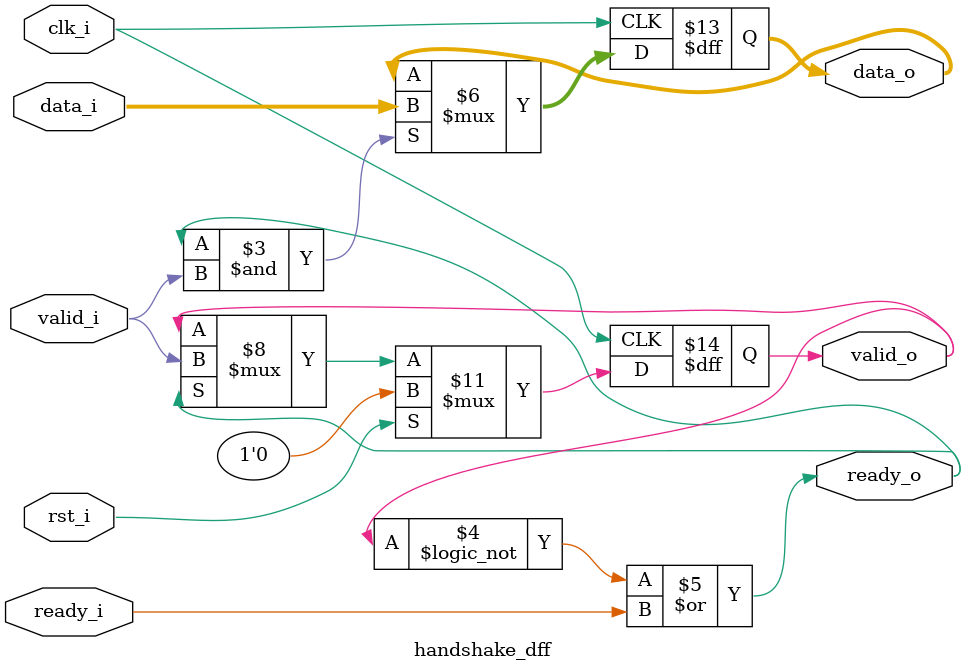
<source format=v>
/*    handshake dff slice          */
`timescale 1ns/1ps
module handshake_dff#(
    parameter DATA_WIDTH = 64
)(
    // clock and sync reset
    input wire                  clk_i,
    input wire                  rst_i,
    //  input 
    input wire [DATA_WIDTH-1:0] data_i,
    input wire                  valid_i,
    output wire                 ready_o,
    //output
    output reg [DATA_WIDTH-1:0] data_o,
    output reg                  valid_o,
    input wire                  ready_i
);

always@(posedge clk_i)begin
    if(rst_i)begin
        valid_o <= 1'b0;
    end
    else if(ready_o)begin
        valid_o <= valid_i;
    end
end

always@(posedge clk_i)begin
    if(ready_o & valid_i)begin
        data_o <= data_i;
    end
end

assign ready_o = !valid_o | ready_i;



endmodule
</source>
